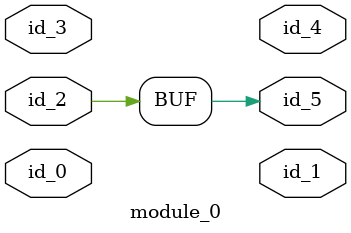
<source format=v>
module module_0 (
    input  id_0,
    output id_1,
    input  id_2,
    input  id_3,
    output id_4,
    output id_5
);
  initial begin
    id_5 = 1;
    id_5 = id_2;
  end
endmodule

</source>
